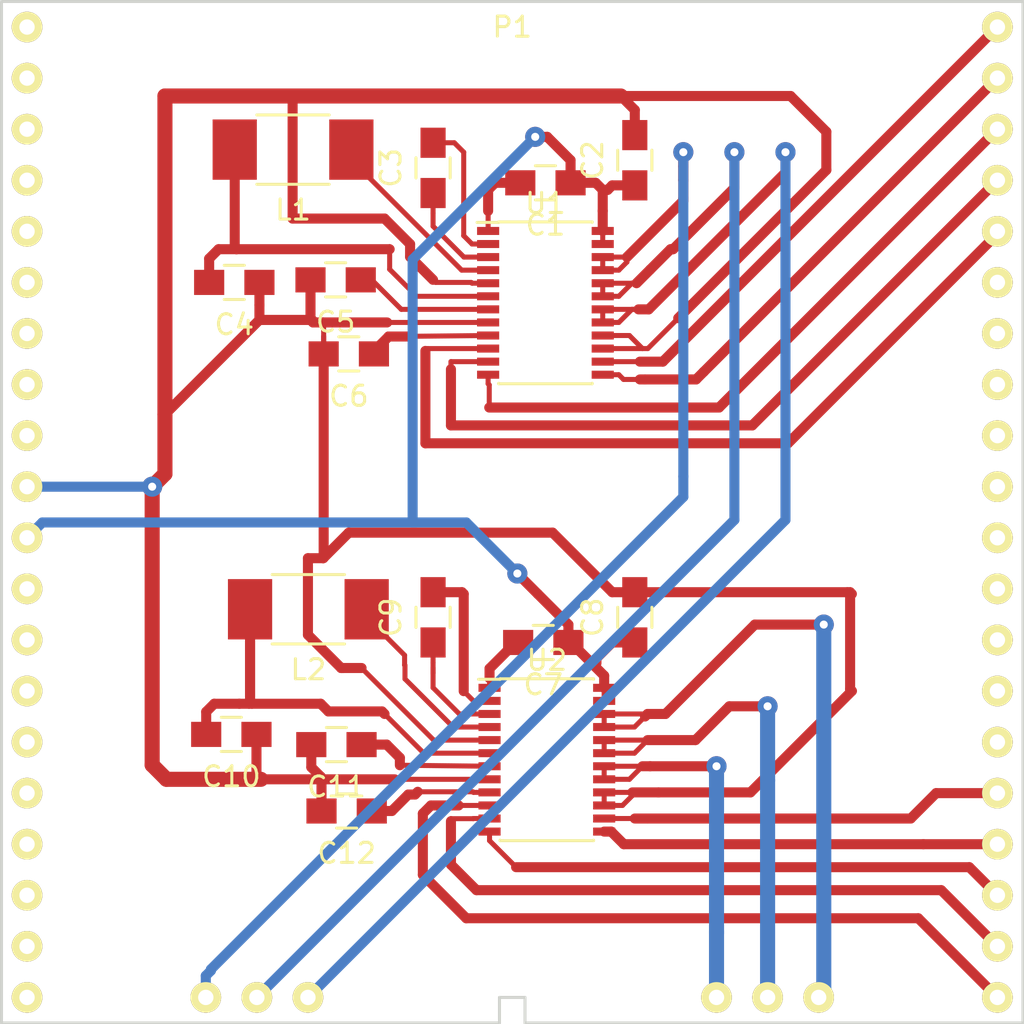
<source format=kicad_pcb>
(kicad_pcb (version 4) (host pcbnew 4.0.2-stable)

  (general
    (links 62)
    (no_connects 0)
    (area 120.809999 81.058999 172.560001 132.809001)
    (thickness 1.6)
    (drawings 0)
    (tracks 345)
    (zones 0)
    (modules 17)
    (nets 33)
  )

  (page A4)
  (layers
    (0 F.Cu signal)
    (31 B.Cu signal)
    (32 B.Adhes user)
    (33 F.Adhes user)
    (34 B.Paste user)
    (35 F.Paste user)
    (36 B.SilkS user)
    (37 F.SilkS user)
    (38 B.Mask user)
    (39 F.Mask user)
    (40 Dwgs.User user)
    (41 Cmts.User user)
    (42 Eco1.User user)
    (43 Eco2.User user)
    (44 Edge.Cuts user)
    (45 Margin user)
    (46 B.CrtYd user)
    (47 F.CrtYd user)
    (48 B.Fab user)
    (49 F.Fab user)
  )

  (setup
    (last_trace_width 0.75)
    (user_trace_width 0.5)
    (user_trace_width 0.75)
    (user_trace_width 1)
    (trace_clearance 0.4)
    (zone_clearance 0.508)
    (zone_45_only no)
    (trace_min 0.2)
    (segment_width 0.2)
    (edge_width 0.15)
    (via_size 0.6)
    (via_drill 0.4)
    (via_min_size 0.4)
    (via_min_drill 0.3)
    (user_via 1 0.4)
    (uvia_size 0.3)
    (uvia_drill 0.1)
    (uvias_allowed no)
    (uvia_min_size 0.2)
    (uvia_min_drill 0.1)
    (pcb_text_width 0.3)
    (pcb_text_size 1.5 1.5)
    (mod_edge_width 0.15)
    (mod_text_size 1 1)
    (mod_text_width 0.15)
    (pad_size 1.524 1.524)
    (pad_drill 0.762)
    (pad_to_mask_clearance 0.2)
    (aux_axis_origin 0 0)
    (grid_origin 147.193 107.442)
    (visible_elements FFFFFF7F)
    (pcbplotparams
      (layerselection 0x00030_80000001)
      (usegerberextensions false)
      (excludeedgelayer true)
      (linewidth 0.100000)
      (plotframeref false)
      (viasonmask false)
      (mode 1)
      (useauxorigin false)
      (hpglpennumber 1)
      (hpglpenspeed 20)
      (hpglpendiameter 15)
      (hpglpenoverlay 2)
      (psnegative false)
      (psa4output false)
      (plotreference true)
      (plotvalue true)
      (plotinvisibletext false)
      (padsonsilk false)
      (subtractmaskfromsilk false)
      (outputformat 1)
      (mirror false)
      (drillshape 1)
      (scaleselection 1)
      (outputdirectory ""))
  )

  (net 0 "")
  (net 1 GND)
  (net 2 "Net-(C1-Pad2)")
  (net 3 "Net-(C3-Pad1)")
  (net 4 "Net-(C3-Pad2)")
  (net 5 "Net-(C5-Pad1)")
  (net 6 "Net-(L1-Pad1)")
  (net 7 "Net-(P1-Pad36)")
  (net 8 "Net-(P1-Pad37)")
  (net 9 "Net-(C1-Pad1)")
  (net 10 "Net-(C4-Pad2)")
  (net 11 "Net-(C6-Pad1)")
  (net 12 "Net-(C7-Pad2)")
  (net 13 "Net-(C9-Pad1)")
  (net 14 "Net-(C9-Pad2)")
  (net 15 "Net-(C10-Pad2)")
  (net 16 "Net-(C11-Pad1)")
  (net 17 "Net-(C12-Pad1)")
  (net 18 "Net-(L2-Pad1)")
  (net 19 "Net-(P1-Pad21)")
  (net 20 "Net-(P1-Pad22)")
  (net 21 "Net-(P1-Pad23)")
  (net 22 "Net-(P1-Pad24)")
  (net 23 "Net-(P1-Pad25)")
  (net 24 "Net-(U1-Pad17)")
  (net 25 "Net-(U1-Pad19)")
  (net 26 "Net-(U1-Pad21)")
  (net 27 "Net-(U2-Pad17)")
  (net 28 "Net-(U2-Pad19)")
  (net 29 "Net-(U2-Pad21)")
  (net 30 "Net-(P1-Pad38)")
  (net 31 "Net-(P1-Pad39)")
  (net 32 "Net-(P1-Pad40)")

  (net_class Default "This is the default net class."
    (clearance 0.4)
    (trace_width 0.25)
    (via_dia 0.6)
    (via_drill 0.4)
    (uvia_dia 0.3)
    (uvia_drill 0.1)
    (add_net GND)
    (add_net "Net-(C1-Pad1)")
    (add_net "Net-(C1-Pad2)")
    (add_net "Net-(C10-Pad2)")
    (add_net "Net-(C11-Pad1)")
    (add_net "Net-(C12-Pad1)")
    (add_net "Net-(C3-Pad1)")
    (add_net "Net-(C3-Pad2)")
    (add_net "Net-(C4-Pad2)")
    (add_net "Net-(C5-Pad1)")
    (add_net "Net-(C6-Pad1)")
    (add_net "Net-(C7-Pad2)")
    (add_net "Net-(C9-Pad1)")
    (add_net "Net-(C9-Pad2)")
    (add_net "Net-(L1-Pad1)")
    (add_net "Net-(L2-Pad1)")
    (add_net "Net-(P1-Pad21)")
    (add_net "Net-(P1-Pad22)")
    (add_net "Net-(P1-Pad23)")
    (add_net "Net-(P1-Pad24)")
    (add_net "Net-(P1-Pad25)")
    (add_net "Net-(P1-Pad36)")
    (add_net "Net-(P1-Pad37)")
    (add_net "Net-(P1-Pad38)")
    (add_net "Net-(P1-Pad39)")
    (add_net "Net-(P1-Pad40)")
    (add_net "Net-(U1-Pad17)")
    (add_net "Net-(U1-Pad19)")
    (add_net "Net-(U1-Pad21)")
    (add_net "Net-(U2-Pad17)")
    (add_net "Net-(U2-Pad19)")
    (add_net "Net-(U2-Pad21)")
  )

  (module Capacitors_SMD:C_0805_HandSoldering (layer F.Cu) (tedit 541A9B8D) (tstamp 578CCF1C)
    (at 148.336 90.551 180)
    (descr "Capacitor SMD 0805, hand soldering")
    (tags "capacitor 0805")
    (path /578CBFF7)
    (attr smd)
    (fp_text reference C1 (at 0 -2.1 180) (layer F.SilkS)
      (effects (font (size 1 1) (thickness 0.15)))
    )
    (fp_text value "0.1 uF" (at 0 2.1 180) (layer F.Fab)
      (effects (font (size 1 1) (thickness 0.15)))
    )
    (fp_line (start -2.3 -1) (end 2.3 -1) (layer F.CrtYd) (width 0.05))
    (fp_line (start -2.3 1) (end 2.3 1) (layer F.CrtYd) (width 0.05))
    (fp_line (start -2.3 -1) (end -2.3 1) (layer F.CrtYd) (width 0.05))
    (fp_line (start 2.3 -1) (end 2.3 1) (layer F.CrtYd) (width 0.05))
    (fp_line (start 0.5 -0.85) (end -0.5 -0.85) (layer F.SilkS) (width 0.15))
    (fp_line (start -0.5 0.85) (end 0.5 0.85) (layer F.SilkS) (width 0.15))
    (pad 1 smd rect (at -1.25 0 180) (size 1.5 1.25) (layers F.Cu F.Paste F.Mask)
      (net 9 "Net-(C1-Pad1)"))
    (pad 2 smd rect (at 1.25 0 180) (size 1.5 1.25) (layers F.Cu F.Paste F.Mask)
      (net 2 "Net-(C1-Pad2)"))
    (model Capacitors_SMD.3dshapes/C_0805_HandSoldering.wrl
      (at (xyz 0 0 0))
      (scale (xyz 1 1 1))
      (rotate (xyz 0 0 0))
    )
  )

  (module Capacitors_SMD:C_0805_HandSoldering (layer F.Cu) (tedit 541A9B8D) (tstamp 578CCF22)
    (at 152.781 89.428 90)
    (descr "Capacitor SMD 0805, hand soldering")
    (tags "capacitor 0805")
    (path /578CC654)
    (attr smd)
    (fp_text reference C2 (at 0 -2.1 90) (layer F.SilkS)
      (effects (font (size 1 1) (thickness 0.15)))
    )
    (fp_text value "10 uF" (at 0 2.1 90) (layer F.Fab)
      (effects (font (size 1 1) (thickness 0.15)))
    )
    (fp_line (start -2.3 -1) (end 2.3 -1) (layer F.CrtYd) (width 0.05))
    (fp_line (start -2.3 1) (end 2.3 1) (layer F.CrtYd) (width 0.05))
    (fp_line (start -2.3 -1) (end -2.3 1) (layer F.CrtYd) (width 0.05))
    (fp_line (start 2.3 -1) (end 2.3 1) (layer F.CrtYd) (width 0.05))
    (fp_line (start 0.5 -0.85) (end -0.5 -0.85) (layer F.SilkS) (width 0.15))
    (fp_line (start -0.5 0.85) (end 0.5 0.85) (layer F.SilkS) (width 0.15))
    (pad 1 smd rect (at -1.25 0 90) (size 1.5 1.25) (layers F.Cu F.Paste F.Mask)
      (net 9 "Net-(C1-Pad1)"))
    (pad 2 smd rect (at 1.25 0 90) (size 1.5 1.25) (layers F.Cu F.Paste F.Mask)
      (net 1 GND))
    (model Capacitors_SMD.3dshapes/C_0805_HandSoldering.wrl
      (at (xyz 0 0 0))
      (scale (xyz 1 1 1))
      (rotate (xyz 0 0 0))
    )
  )

  (module Capacitors_SMD:C_0805_HandSoldering (layer F.Cu) (tedit 541A9B8D) (tstamp 578CCF28)
    (at 142.748 89.809 90)
    (descr "Capacitor SMD 0805, hand soldering")
    (tags "capacitor 0805")
    (path /578CC03A)
    (attr smd)
    (fp_text reference C3 (at 0 -2.1 90) (layer F.SilkS)
      (effects (font (size 1 1) (thickness 0.15)))
    )
    (fp_text value "0.1 uF" (at 0 2.1 90) (layer F.Fab)
      (effects (font (size 1 1) (thickness 0.15)))
    )
    (fp_line (start -2.3 -1) (end 2.3 -1) (layer F.CrtYd) (width 0.05))
    (fp_line (start -2.3 1) (end 2.3 1) (layer F.CrtYd) (width 0.05))
    (fp_line (start -2.3 -1) (end -2.3 1) (layer F.CrtYd) (width 0.05))
    (fp_line (start 2.3 -1) (end 2.3 1) (layer F.CrtYd) (width 0.05))
    (fp_line (start 0.5 -0.85) (end -0.5 -0.85) (layer F.SilkS) (width 0.15))
    (fp_line (start -0.5 0.85) (end 0.5 0.85) (layer F.SilkS) (width 0.15))
    (pad 1 smd rect (at -1.25 0 90) (size 1.5 1.25) (layers F.Cu F.Paste F.Mask)
      (net 3 "Net-(C3-Pad1)"))
    (pad 2 smd rect (at 1.25 0 90) (size 1.5 1.25) (layers F.Cu F.Paste F.Mask)
      (net 4 "Net-(C3-Pad2)"))
    (model Capacitors_SMD.3dshapes/C_0805_HandSoldering.wrl
      (at (xyz 0 0 0))
      (scale (xyz 1 1 1))
      (rotate (xyz 0 0 0))
    )
  )

  (module Capacitors_SMD:C_0805_HandSoldering (layer F.Cu) (tedit 541A9B8D) (tstamp 578CCF2E)
    (at 132.862 95.504 180)
    (descr "Capacitor SMD 0805, hand soldering")
    (tags "capacitor 0805")
    (path /578CC1BF)
    (attr smd)
    (fp_text reference C4 (at 0 -2.1 180) (layer F.SilkS)
      (effects (font (size 1 1) (thickness 0.15)))
    )
    (fp_text value "10 uF" (at 0 2.1 180) (layer F.Fab)
      (effects (font (size 1 1) (thickness 0.15)))
    )
    (fp_line (start -2.3 -1) (end 2.3 -1) (layer F.CrtYd) (width 0.05))
    (fp_line (start -2.3 1) (end 2.3 1) (layer F.CrtYd) (width 0.05))
    (fp_line (start -2.3 -1) (end -2.3 1) (layer F.CrtYd) (width 0.05))
    (fp_line (start 2.3 -1) (end 2.3 1) (layer F.CrtYd) (width 0.05))
    (fp_line (start 0.5 -0.85) (end -0.5 -0.85) (layer F.SilkS) (width 0.15))
    (fp_line (start -0.5 0.85) (end 0.5 0.85) (layer F.SilkS) (width 0.15))
    (pad 1 smd rect (at -1.25 0 180) (size 1.5 1.25) (layers F.Cu F.Paste F.Mask)
      (net 1 GND))
    (pad 2 smd rect (at 1.25 0 180) (size 1.5 1.25) (layers F.Cu F.Paste F.Mask)
      (net 10 "Net-(C4-Pad2)"))
    (model Capacitors_SMD.3dshapes/C_0805_HandSoldering.wrl
      (at (xyz 0 0 0))
      (scale (xyz 1 1 1))
      (rotate (xyz 0 0 0))
    )
  )

  (module Capacitors_SMD:C_0805_HandSoldering (layer F.Cu) (tedit 541A9B8D) (tstamp 578CCF34)
    (at 137.902 95.377 180)
    (descr "Capacitor SMD 0805, hand soldering")
    (tags "capacitor 0805")
    (path /578CC28E)
    (attr smd)
    (fp_text reference C5 (at 0 -2.1 180) (layer F.SilkS)
      (effects (font (size 1 1) (thickness 0.15)))
    )
    (fp_text value "1 uF" (at 0 2.1 180) (layer F.Fab)
      (effects (font (size 1 1) (thickness 0.15)))
    )
    (fp_line (start -2.3 -1) (end 2.3 -1) (layer F.CrtYd) (width 0.05))
    (fp_line (start -2.3 1) (end 2.3 1) (layer F.CrtYd) (width 0.05))
    (fp_line (start -2.3 -1) (end -2.3 1) (layer F.CrtYd) (width 0.05))
    (fp_line (start 2.3 -1) (end 2.3 1) (layer F.CrtYd) (width 0.05))
    (fp_line (start 0.5 -0.85) (end -0.5 -0.85) (layer F.SilkS) (width 0.15))
    (fp_line (start -0.5 0.85) (end 0.5 0.85) (layer F.SilkS) (width 0.15))
    (pad 1 smd rect (at -1.25 0 180) (size 1.5 1.25) (layers F.Cu F.Paste F.Mask)
      (net 5 "Net-(C5-Pad1)"))
    (pad 2 smd rect (at 1.25 0 180) (size 1.5 1.25) (layers F.Cu F.Paste F.Mask)
      (net 1 GND))
    (model Capacitors_SMD.3dshapes/C_0805_HandSoldering.wrl
      (at (xyz 0 0 0))
      (scale (xyz 1 1 1))
      (rotate (xyz 0 0 0))
    )
  )

  (module Capacitors_SMD:C_0805_HandSoldering (layer F.Cu) (tedit 541A9B8D) (tstamp 578CCF3A)
    (at 138.557 99.06 180)
    (descr "Capacitor SMD 0805, hand soldering")
    (tags "capacitor 0805")
    (path /578CC363)
    (attr smd)
    (fp_text reference C6 (at 0 -2.1 180) (layer F.SilkS)
      (effects (font (size 1 1) (thickness 0.15)))
    )
    (fp_text value "1 uF" (at 0 2.1 180) (layer F.Fab)
      (effects (font (size 1 1) (thickness 0.15)))
    )
    (fp_line (start -2.3 -1) (end 2.3 -1) (layer F.CrtYd) (width 0.05))
    (fp_line (start -2.3 1) (end 2.3 1) (layer F.CrtYd) (width 0.05))
    (fp_line (start -2.3 -1) (end -2.3 1) (layer F.CrtYd) (width 0.05))
    (fp_line (start 2.3 -1) (end 2.3 1) (layer F.CrtYd) (width 0.05))
    (fp_line (start 0.5 -0.85) (end -0.5 -0.85) (layer F.SilkS) (width 0.15))
    (fp_line (start -0.5 0.85) (end 0.5 0.85) (layer F.SilkS) (width 0.15))
    (pad 1 smd rect (at -1.25 0 180) (size 1.5 1.25) (layers F.Cu F.Paste F.Mask)
      (net 11 "Net-(C6-Pad1)"))
    (pad 2 smd rect (at 1.25 0 180) (size 1.5 1.25) (layers F.Cu F.Paste F.Mask)
      (net 1 GND))
    (model Capacitors_SMD.3dshapes/C_0805_HandSoldering.wrl
      (at (xyz 0 0 0))
      (scale (xyz 1 1 1))
      (rotate (xyz 0 0 0))
    )
  )

  (module Housings_SSOP:TSSOP-24_4.4x7.8mm_Pitch0.65mm (layer F.Cu) (tedit 54130A77) (tstamp 578CCF8C)
    (at 148.336 96.52)
    (descr "TSSOP24: plastic thin shrink small outline package; 24 leads; body width 4.4 mm; (see NXP SSOP-TSSOP-VSO-REFLOW.pdf and sot355-1_po.pdf)")
    (tags "SSOP 0.65")
    (path /578CBFBB)
    (attr smd)
    (fp_text reference U1 (at 0 -4.95) (layer F.SilkS)
      (effects (font (size 1 1) (thickness 0.15)))
    )
    (fp_text value DRV10983 (at 0 4.95) (layer F.Fab)
      (effects (font (size 1 1) (thickness 0.15)))
    )
    (fp_line (start -3.65 -4.2) (end -3.65 4.2) (layer F.CrtYd) (width 0.05))
    (fp_line (start 3.65 -4.2) (end 3.65 4.2) (layer F.CrtYd) (width 0.05))
    (fp_line (start -3.65 -4.2) (end 3.65 -4.2) (layer F.CrtYd) (width 0.05))
    (fp_line (start -3.65 4.2) (end 3.65 4.2) (layer F.CrtYd) (width 0.05))
    (fp_line (start -2.325 -4.025) (end -2.325 -4) (layer F.SilkS) (width 0.15))
    (fp_line (start 2.325 -4.025) (end 2.325 -4) (layer F.SilkS) (width 0.15))
    (fp_line (start 2.325 4.025) (end 2.325 4) (layer F.SilkS) (width 0.15))
    (fp_line (start -2.325 4.025) (end -2.325 4) (layer F.SilkS) (width 0.15))
    (fp_line (start -2.325 -4.025) (end 2.325 -4.025) (layer F.SilkS) (width 0.15))
    (fp_line (start -2.325 4.025) (end 2.325 4.025) (layer F.SilkS) (width 0.15))
    (fp_line (start -2.325 -4) (end -3.4 -4) (layer F.SilkS) (width 0.15))
    (pad 1 smd rect (at -2.85 -3.575) (size 1.1 0.4) (layers F.Cu F.Paste F.Mask)
      (net 2 "Net-(C1-Pad2)"))
    (pad 2 smd rect (at -2.85 -2.925) (size 1.1 0.4) (layers F.Cu F.Paste F.Mask)
      (net 4 "Net-(C3-Pad2)"))
    (pad 3 smd rect (at -2.85 -2.275) (size 1.1 0.4) (layers F.Cu F.Paste F.Mask)
      (net 3 "Net-(C3-Pad1)"))
    (pad 4 smd rect (at -2.85 -1.625) (size 1.1 0.4) (layers F.Cu F.Paste F.Mask)
      (net 6 "Net-(L1-Pad1)"))
    (pad 5 smd rect (at -2.85 -0.975) (size 1.1 0.4) (layers F.Cu F.Paste F.Mask)
      (net 1 GND))
    (pad 6 smd rect (at -2.85 -0.325) (size 1.1 0.4) (layers F.Cu F.Paste F.Mask)
      (net 10 "Net-(C4-Pad2)"))
    (pad 7 smd rect (at -2.85 0.325) (size 1.1 0.4) (layers F.Cu F.Paste F.Mask)
      (net 5 "Net-(C5-Pad1)"))
    (pad 8 smd rect (at -2.85 0.975) (size 1.1 0.4) (layers F.Cu F.Paste F.Mask)
      (net 1 GND))
    (pad 9 smd rect (at -2.85 1.625) (size 1.1 0.4) (layers F.Cu F.Paste F.Mask)
      (net 11 "Net-(C6-Pad1)"))
    (pad 10 smd rect (at -2.85 2.275) (size 1.1 0.4) (layers F.Cu F.Paste F.Mask)
      (net 7 "Net-(P1-Pad36)"))
    (pad 11 smd rect (at -2.85 2.925) (size 1.1 0.4) (layers F.Cu F.Paste F.Mask)
      (net 8 "Net-(P1-Pad37)"))
    (pad 12 smd rect (at -2.85 3.575) (size 1.1 0.4) (layers F.Cu F.Paste F.Mask)
      (net 30 "Net-(P1-Pad38)"))
    (pad 13 smd rect (at 2.85 3.575) (size 1.1 0.4) (layers F.Cu F.Paste F.Mask)
      (net 31 "Net-(P1-Pad39)"))
    (pad 14 smd rect (at 2.85 2.925) (size 1.1 0.4) (layers F.Cu F.Paste F.Mask)
      (net 32 "Net-(P1-Pad40)"))
    (pad 15 smd rect (at 2.85 2.275) (size 1.1 0.4) (layers F.Cu F.Paste F.Mask)
      (net 1 GND))
    (pad 16 smd rect (at 2.85 1.625) (size 1.1 0.4) (layers F.Cu F.Paste F.Mask)
      (net 1 GND))
    (pad 17 smd rect (at 2.85 0.975) (size 1.1 0.4) (layers F.Cu F.Paste F.Mask)
      (net 24 "Net-(U1-Pad17)"))
    (pad 18 smd rect (at 2.85 0.325) (size 1.1 0.4) (layers F.Cu F.Paste F.Mask)
      (net 24 "Net-(U1-Pad17)"))
    (pad 19 smd rect (at 2.85 -0.325) (size 1.1 0.4) (layers F.Cu F.Paste F.Mask)
      (net 25 "Net-(U1-Pad19)"))
    (pad 20 smd rect (at 2.85 -0.975) (size 1.1 0.4) (layers F.Cu F.Paste F.Mask)
      (net 25 "Net-(U1-Pad19)"))
    (pad 21 smd rect (at 2.85 -1.625) (size 1.1 0.4) (layers F.Cu F.Paste F.Mask)
      (net 26 "Net-(U1-Pad21)"))
    (pad 22 smd rect (at 2.85 -2.275) (size 1.1 0.4) (layers F.Cu F.Paste F.Mask)
      (net 26 "Net-(U1-Pad21)"))
    (pad 23 smd rect (at 2.85 -2.925) (size 1.1 0.4) (layers F.Cu F.Paste F.Mask)
      (net 9 "Net-(C1-Pad1)"))
    (pad 24 smd rect (at 2.85 -3.575) (size 1.1 0.4) (layers F.Cu F.Paste F.Mask)
      (net 9 "Net-(C1-Pad1)"))
    (model Housings_SSOP.3dshapes/TSSOP-24_4.4x7.8mm_Pitch0.65mm.wrl
      (at (xyz 0 0 0))
      (scale (xyz 1 1 1))
      (rotate (xyz 0 0 0))
    )
  )

  (module Capacitors_SMD:C_0805_HandSoldering (layer F.Cu) (tedit 541A9B8D) (tstamp 578CF0D0)
    (at 148.229 113.411 180)
    (descr "Capacitor SMD 0805, hand soldering")
    (tags "capacitor 0805")
    (path /578CED62)
    (attr smd)
    (fp_text reference C7 (at 0 -2.1 180) (layer F.SilkS)
      (effects (font (size 1 1) (thickness 0.15)))
    )
    (fp_text value "0.1 uF" (at 0 2.1 180) (layer F.Fab)
      (effects (font (size 1 1) (thickness 0.15)))
    )
    (fp_line (start -2.3 -1) (end 2.3 -1) (layer F.CrtYd) (width 0.05))
    (fp_line (start -2.3 1) (end 2.3 1) (layer F.CrtYd) (width 0.05))
    (fp_line (start -2.3 -1) (end -2.3 1) (layer F.CrtYd) (width 0.05))
    (fp_line (start 2.3 -1) (end 2.3 1) (layer F.CrtYd) (width 0.05))
    (fp_line (start 0.5 -0.85) (end -0.5 -0.85) (layer F.SilkS) (width 0.15))
    (fp_line (start -0.5 0.85) (end 0.5 0.85) (layer F.SilkS) (width 0.15))
    (pad 1 smd rect (at -1.25 0 180) (size 1.5 1.25) (layers F.Cu F.Paste F.Mask)
      (net 9 "Net-(C1-Pad1)"))
    (pad 2 smd rect (at 1.25 0 180) (size 1.5 1.25) (layers F.Cu F.Paste F.Mask)
      (net 12 "Net-(C7-Pad2)"))
    (model Capacitors_SMD.3dshapes/C_0805_HandSoldering.wrl
      (at (xyz 0 0 0))
      (scale (xyz 1 1 1))
      (rotate (xyz 0 0 0))
    )
  )

  (module Capacitors_SMD:C_0805_HandSoldering (layer F.Cu) (tedit 541A9B8D) (tstamp 578CF0D6)
    (at 152.781 112.161 90)
    (descr "Capacitor SMD 0805, hand soldering")
    (tags "capacitor 0805")
    (path /578CEDC0)
    (attr smd)
    (fp_text reference C8 (at 0 -2.1 90) (layer F.SilkS)
      (effects (font (size 1 1) (thickness 0.15)))
    )
    (fp_text value "10 uF" (at 0 2.1 90) (layer F.Fab)
      (effects (font (size 1 1) (thickness 0.15)))
    )
    (fp_line (start -2.3 -1) (end 2.3 -1) (layer F.CrtYd) (width 0.05))
    (fp_line (start -2.3 1) (end 2.3 1) (layer F.CrtYd) (width 0.05))
    (fp_line (start -2.3 -1) (end -2.3 1) (layer F.CrtYd) (width 0.05))
    (fp_line (start 2.3 -1) (end 2.3 1) (layer F.CrtYd) (width 0.05))
    (fp_line (start 0.5 -0.85) (end -0.5 -0.85) (layer F.SilkS) (width 0.15))
    (fp_line (start -0.5 0.85) (end 0.5 0.85) (layer F.SilkS) (width 0.15))
    (pad 1 smd rect (at -1.25 0 90) (size 1.5 1.25) (layers F.Cu F.Paste F.Mask)
      (net 9 "Net-(C1-Pad1)"))
    (pad 2 smd rect (at 1.25 0 90) (size 1.5 1.25) (layers F.Cu F.Paste F.Mask)
      (net 1 GND))
    (model Capacitors_SMD.3dshapes/C_0805_HandSoldering.wrl
      (at (xyz 0 0 0))
      (scale (xyz 1 1 1))
      (rotate (xyz 0 0 0))
    )
  )

  (module Capacitors_SMD:C_0805_HandSoldering (layer F.Cu) (tedit 541A9B8D) (tstamp 578CF0DC)
    (at 142.748 112.161 90)
    (descr "Capacitor SMD 0805, hand soldering")
    (tags "capacitor 0805")
    (path /578CED68)
    (attr smd)
    (fp_text reference C9 (at 0 -2.1 90) (layer F.SilkS)
      (effects (font (size 1 1) (thickness 0.15)))
    )
    (fp_text value "0.1 uF" (at 0 2.1 90) (layer F.Fab)
      (effects (font (size 1 1) (thickness 0.15)))
    )
    (fp_line (start -2.3 -1) (end 2.3 -1) (layer F.CrtYd) (width 0.05))
    (fp_line (start -2.3 1) (end 2.3 1) (layer F.CrtYd) (width 0.05))
    (fp_line (start -2.3 -1) (end -2.3 1) (layer F.CrtYd) (width 0.05))
    (fp_line (start 2.3 -1) (end 2.3 1) (layer F.CrtYd) (width 0.05))
    (fp_line (start 0.5 -0.85) (end -0.5 -0.85) (layer F.SilkS) (width 0.15))
    (fp_line (start -0.5 0.85) (end 0.5 0.85) (layer F.SilkS) (width 0.15))
    (pad 1 smd rect (at -1.25 0 90) (size 1.5 1.25) (layers F.Cu F.Paste F.Mask)
      (net 13 "Net-(C9-Pad1)"))
    (pad 2 smd rect (at 1.25 0 90) (size 1.5 1.25) (layers F.Cu F.Paste F.Mask)
      (net 14 "Net-(C9-Pad2)"))
    (model Capacitors_SMD.3dshapes/C_0805_HandSoldering.wrl
      (at (xyz 0 0 0))
      (scale (xyz 1 1 1))
      (rotate (xyz 0 0 0))
    )
  )

  (module Capacitors_SMD:C_0805_HandSoldering (layer F.Cu) (tedit 541A9B8D) (tstamp 578CF0E2)
    (at 132.715 117.983 180)
    (descr "Capacitor SMD 0805, hand soldering")
    (tags "capacitor 0805")
    (path /578CED81)
    (attr smd)
    (fp_text reference C10 (at 0 -2.1 180) (layer F.SilkS)
      (effects (font (size 1 1) (thickness 0.15)))
    )
    (fp_text value "10 uF" (at 0 2.1 180) (layer F.Fab)
      (effects (font (size 1 1) (thickness 0.15)))
    )
    (fp_line (start -2.3 -1) (end 2.3 -1) (layer F.CrtYd) (width 0.05))
    (fp_line (start -2.3 1) (end 2.3 1) (layer F.CrtYd) (width 0.05))
    (fp_line (start -2.3 -1) (end -2.3 1) (layer F.CrtYd) (width 0.05))
    (fp_line (start 2.3 -1) (end 2.3 1) (layer F.CrtYd) (width 0.05))
    (fp_line (start 0.5 -0.85) (end -0.5 -0.85) (layer F.SilkS) (width 0.15))
    (fp_line (start -0.5 0.85) (end 0.5 0.85) (layer F.SilkS) (width 0.15))
    (pad 1 smd rect (at -1.25 0 180) (size 1.5 1.25) (layers F.Cu F.Paste F.Mask)
      (net 1 GND))
    (pad 2 smd rect (at 1.25 0 180) (size 1.5 1.25) (layers F.Cu F.Paste F.Mask)
      (net 15 "Net-(C10-Pad2)"))
    (model Capacitors_SMD.3dshapes/C_0805_HandSoldering.wrl
      (at (xyz 0 0 0))
      (scale (xyz 1 1 1))
      (rotate (xyz 0 0 0))
    )
  )

  (module Capacitors_SMD:C_0805_HandSoldering (layer F.Cu) (tedit 541A9B8D) (tstamp 578CF0E8)
    (at 137.942 118.491 180)
    (descr "Capacitor SMD 0805, hand soldering")
    (tags "capacitor 0805")
    (path /578CED95)
    (attr smd)
    (fp_text reference C11 (at 0 -2.1 180) (layer F.SilkS)
      (effects (font (size 1 1) (thickness 0.15)))
    )
    (fp_text value "1 uF" (at 0 2.1 180) (layer F.Fab)
      (effects (font (size 1 1) (thickness 0.15)))
    )
    (fp_line (start -2.3 -1) (end 2.3 -1) (layer F.CrtYd) (width 0.05))
    (fp_line (start -2.3 1) (end 2.3 1) (layer F.CrtYd) (width 0.05))
    (fp_line (start -2.3 -1) (end -2.3 1) (layer F.CrtYd) (width 0.05))
    (fp_line (start 2.3 -1) (end 2.3 1) (layer F.CrtYd) (width 0.05))
    (fp_line (start 0.5 -0.85) (end -0.5 -0.85) (layer F.SilkS) (width 0.15))
    (fp_line (start -0.5 0.85) (end 0.5 0.85) (layer F.SilkS) (width 0.15))
    (pad 1 smd rect (at -1.25 0 180) (size 1.5 1.25) (layers F.Cu F.Paste F.Mask)
      (net 16 "Net-(C11-Pad1)"))
    (pad 2 smd rect (at 1.25 0 180) (size 1.5 1.25) (layers F.Cu F.Paste F.Mask)
      (net 1 GND))
    (model Capacitors_SMD.3dshapes/C_0805_HandSoldering.wrl
      (at (xyz 0 0 0))
      (scale (xyz 1 1 1))
      (rotate (xyz 0 0 0))
    )
  )

  (module Capacitors_SMD:C_0805_HandSoldering (layer F.Cu) (tedit 541A9B8D) (tstamp 578CF0EE)
    (at 138.45 121.793 180)
    (descr "Capacitor SMD 0805, hand soldering")
    (tags "capacitor 0805")
    (path /578CEDA6)
    (attr smd)
    (fp_text reference C12 (at 0 -2.1 180) (layer F.SilkS)
      (effects (font (size 1 1) (thickness 0.15)))
    )
    (fp_text value "1 uF" (at 0 2.1 180) (layer F.Fab)
      (effects (font (size 1 1) (thickness 0.15)))
    )
    (fp_line (start -2.3 -1) (end 2.3 -1) (layer F.CrtYd) (width 0.05))
    (fp_line (start -2.3 1) (end 2.3 1) (layer F.CrtYd) (width 0.05))
    (fp_line (start -2.3 -1) (end -2.3 1) (layer F.CrtYd) (width 0.05))
    (fp_line (start 2.3 -1) (end 2.3 1) (layer F.CrtYd) (width 0.05))
    (fp_line (start 0.5 -0.85) (end -0.5 -0.85) (layer F.SilkS) (width 0.15))
    (fp_line (start -0.5 0.85) (end 0.5 0.85) (layer F.SilkS) (width 0.15))
    (pad 1 smd rect (at -1.25 0 180) (size 1.5 1.25) (layers F.Cu F.Paste F.Mask)
      (net 17 "Net-(C12-Pad1)"))
    (pad 2 smd rect (at 1.25 0 180) (size 1.5 1.25) (layers F.Cu F.Paste F.Mask)
      (net 1 GND))
    (model Capacitors_SMD.3dshapes/C_0805_HandSoldering.wrl
      (at (xyz 0 0 0))
      (scale (xyz 1 1 1))
      (rotate (xyz 0 0 0))
    )
  )

  (module Housings_SSOP:TSSOP-24_4.4x7.8mm_Pitch0.65mm (layer F.Cu) (tedit 54130A77) (tstamp 578CF110)
    (at 148.407 119.242)
    (descr "TSSOP24: plastic thin shrink small outline package; 24 leads; body width 4.4 mm; (see NXP SSOP-TSSOP-VSO-REFLOW.pdf and sot355-1_po.pdf)")
    (tags "SSOP 0.65")
    (path /578CED5C)
    (attr smd)
    (fp_text reference U2 (at 0 -4.95) (layer F.SilkS)
      (effects (font (size 1 1) (thickness 0.15)))
    )
    (fp_text value DRV10983 (at 0 4.95) (layer F.Fab)
      (effects (font (size 1 1) (thickness 0.15)))
    )
    (fp_line (start -3.65 -4.2) (end -3.65 4.2) (layer F.CrtYd) (width 0.05))
    (fp_line (start 3.65 -4.2) (end 3.65 4.2) (layer F.CrtYd) (width 0.05))
    (fp_line (start -3.65 -4.2) (end 3.65 -4.2) (layer F.CrtYd) (width 0.05))
    (fp_line (start -3.65 4.2) (end 3.65 4.2) (layer F.CrtYd) (width 0.05))
    (fp_line (start -2.325 -4.025) (end -2.325 -4) (layer F.SilkS) (width 0.15))
    (fp_line (start 2.325 -4.025) (end 2.325 -4) (layer F.SilkS) (width 0.15))
    (fp_line (start 2.325 4.025) (end 2.325 4) (layer F.SilkS) (width 0.15))
    (fp_line (start -2.325 4.025) (end -2.325 4) (layer F.SilkS) (width 0.15))
    (fp_line (start -2.325 -4.025) (end 2.325 -4.025) (layer F.SilkS) (width 0.15))
    (fp_line (start -2.325 4.025) (end 2.325 4.025) (layer F.SilkS) (width 0.15))
    (fp_line (start -2.325 -4) (end -3.4 -4) (layer F.SilkS) (width 0.15))
    (pad 1 smd rect (at -2.85 -3.575) (size 1.1 0.4) (layers F.Cu F.Paste F.Mask)
      (net 12 "Net-(C7-Pad2)"))
    (pad 2 smd rect (at -2.85 -2.925) (size 1.1 0.4) (layers F.Cu F.Paste F.Mask)
      (net 14 "Net-(C9-Pad2)"))
    (pad 3 smd rect (at -2.85 -2.275) (size 1.1 0.4) (layers F.Cu F.Paste F.Mask)
      (net 13 "Net-(C9-Pad1)"))
    (pad 4 smd rect (at -2.85 -1.625) (size 1.1 0.4) (layers F.Cu F.Paste F.Mask)
      (net 18 "Net-(L2-Pad1)"))
    (pad 5 smd rect (at -2.85 -0.975) (size 1.1 0.4) (layers F.Cu F.Paste F.Mask)
      (net 1 GND))
    (pad 6 smd rect (at -2.85 -0.325) (size 1.1 0.4) (layers F.Cu F.Paste F.Mask)
      (net 15 "Net-(C10-Pad2)"))
    (pad 7 smd rect (at -2.85 0.325) (size 1.1 0.4) (layers F.Cu F.Paste F.Mask)
      (net 16 "Net-(C11-Pad1)"))
    (pad 8 smd rect (at -2.85 0.975) (size 1.1 0.4) (layers F.Cu F.Paste F.Mask)
      (net 1 GND))
    (pad 9 smd rect (at -2.85 1.625) (size 1.1 0.4) (layers F.Cu F.Paste F.Mask)
      (net 17 "Net-(C12-Pad1)"))
    (pad 10 smd rect (at -2.85 2.275) (size 1.1 0.4) (layers F.Cu F.Paste F.Mask)
      (net 19 "Net-(P1-Pad21)"))
    (pad 11 smd rect (at -2.85 2.925) (size 1.1 0.4) (layers F.Cu F.Paste F.Mask)
      (net 20 "Net-(P1-Pad22)"))
    (pad 12 smd rect (at -2.85 3.575) (size 1.1 0.4) (layers F.Cu F.Paste F.Mask)
      (net 21 "Net-(P1-Pad23)"))
    (pad 13 smd rect (at 2.85 3.575) (size 1.1 0.4) (layers F.Cu F.Paste F.Mask)
      (net 22 "Net-(P1-Pad24)"))
    (pad 14 smd rect (at 2.85 2.925) (size 1.1 0.4) (layers F.Cu F.Paste F.Mask)
      (net 23 "Net-(P1-Pad25)"))
    (pad 15 smd rect (at 2.85 2.275) (size 1.1 0.4) (layers F.Cu F.Paste F.Mask)
      (net 1 GND))
    (pad 16 smd rect (at 2.85 1.625) (size 1.1 0.4) (layers F.Cu F.Paste F.Mask)
      (net 1 GND))
    (pad 17 smd rect (at 2.85 0.975) (size 1.1 0.4) (layers F.Cu F.Paste F.Mask)
      (net 27 "Net-(U2-Pad17)"))
    (pad 18 smd rect (at 2.85 0.325) (size 1.1 0.4) (layers F.Cu F.Paste F.Mask)
      (net 27 "Net-(U2-Pad17)"))
    (pad 19 smd rect (at 2.85 -0.325) (size 1.1 0.4) (layers F.Cu F.Paste F.Mask)
      (net 28 "Net-(U2-Pad19)"))
    (pad 20 smd rect (at 2.85 -0.975) (size 1.1 0.4) (layers F.Cu F.Paste F.Mask)
      (net 28 "Net-(U2-Pad19)"))
    (pad 21 smd rect (at 2.85 -1.625) (size 1.1 0.4) (layers F.Cu F.Paste F.Mask)
      (net 29 "Net-(U2-Pad21)"))
    (pad 22 smd rect (at 2.85 -2.275) (size 1.1 0.4) (layers F.Cu F.Paste F.Mask)
      (net 29 "Net-(U2-Pad21)"))
    (pad 23 smd rect (at 2.85 -2.925) (size 1.1 0.4) (layers F.Cu F.Paste F.Mask)
      (net 9 "Net-(C1-Pad1)"))
    (pad 24 smd rect (at 2.85 -3.575) (size 1.1 0.4) (layers F.Cu F.Paste F.Mask)
      (net 9 "Net-(C1-Pad1)"))
    (model Housings_SSOP.3dshapes/TSSOP-24_4.4x7.8mm_Pitch0.65mm.wrl
      (at (xyz 0 0 0))
      (scale (xyz 1 1 1))
      (rotate (xyz 0 0 0))
    )
  )

  (module scube:scube40_no_holes_esc (layer F.Cu) (tedit 578E398F) (tstamp 57948839)
    (at 146.685 106.934)
    (path /578CC8D9)
    (fp_text reference P1 (at 0 -24.13) (layer F.SilkS)
      (effects (font (size 1 1) (thickness 0.15)))
    )
    (fp_text value SCUBE40 (at 0 -22.86) (layer F.Fab)
      (effects (font (size 1 1) (thickness 0.15)))
    )
    (fp_line (start -25.4 25.4) (end -25.4 -25.4) (layer Edge.Cuts) (width 0.15))
    (fp_line (start 25.4 25.4) (end 0.635 25.4) (layer Edge.Cuts) (width 0.15))
    (fp_line (start 25.4 -25.4) (end 25.4 25.4) (layer Edge.Cuts) (width 0.15))
    (fp_line (start -25.4 -25.4) (end 25.4 -25.4) (layer Edge.Cuts) (width 0.15))
    (fp_line (start -0.635 25.4) (end -25.4 25.4) (layer Edge.Cuts) (width 0.15))
    (fp_line (start -0.635 24.13) (end -0.635 25.4) (layer Edge.Cuts) (width 0.15))
    (fp_line (start 0.635 24.13) (end -0.635 24.13) (layer Edge.Cuts) (width 0.15))
    (fp_line (start 0.635 25.4) (end 0.635 24.13) (layer Edge.Cuts) (width 0.15))
    (pad 1 thru_hole circle (at -24.13 -24.13) (size 1.524 1.524) (drill 0.762) (layers *.Cu *.Mask F.SilkS))
    (pad 2 thru_hole circle (at -24.13 -21.59) (size 1.524 1.524) (drill 0.762) (layers *.Cu *.Mask F.SilkS))
    (pad 3 thru_hole circle (at -24.13 -19.05) (size 1.524 1.524) (drill 0.762) (layers *.Cu *.Mask F.SilkS))
    (pad 4 thru_hole circle (at -24.13 -16.51) (size 1.524 1.524) (drill 0.762) (layers *.Cu *.Mask F.SilkS))
    (pad 5 thru_hole circle (at -24.13 -13.97) (size 1.524 1.524) (drill 0.762) (layers *.Cu *.Mask F.SilkS))
    (pad 6 thru_hole circle (at -24.13 -11.43) (size 1.524 1.524) (drill 0.762) (layers *.Cu *.Mask F.SilkS))
    (pad 7 thru_hole circle (at -24.13 -8.89) (size 1.524 1.524) (drill 0.762) (layers *.Cu *.Mask F.SilkS))
    (pad 8 thru_hole circle (at -24.13 -6.35) (size 1.524 1.524) (drill 0.762) (layers *.Cu *.Mask F.SilkS))
    (pad 9 thru_hole circle (at -24.13 -3.81) (size 1.524 1.524) (drill 0.762) (layers *.Cu *.Mask F.SilkS))
    (pad 10 thru_hole circle (at -24.13 -1.27) (size 1.524 1.524) (drill 0.762) (layers *.Cu *.Mask F.SilkS)
      (net 1 GND))
    (pad 11 thru_hole circle (at -24.13 1.27) (size 1.524 1.524) (drill 0.762) (layers *.Cu *.Mask F.SilkS)
      (net 9 "Net-(C1-Pad1)"))
    (pad 12 thru_hole circle (at -24.13 3.81) (size 1.524 1.524) (drill 0.762) (layers *.Cu *.Mask F.SilkS))
    (pad 13 thru_hole circle (at -24.13 6.35) (size 1.524 1.524) (drill 0.762) (layers *.Cu *.Mask F.SilkS))
    (pad 14 thru_hole circle (at -24.13 8.89) (size 1.524 1.524) (drill 0.762) (layers *.Cu *.Mask F.SilkS))
    (pad 15 thru_hole circle (at -24.13 11.43) (size 1.524 1.524) (drill 0.762) (layers *.Cu *.Mask F.SilkS))
    (pad 16 thru_hole circle (at -24.13 13.97) (size 1.524 1.524) (drill 0.762) (layers *.Cu *.Mask F.SilkS))
    (pad 17 thru_hole circle (at -24.13 16.51) (size 1.524 1.524) (drill 0.762) (layers *.Cu *.Mask F.SilkS))
    (pad 18 thru_hole circle (at -24.13 19.05) (size 1.524 1.524) (drill 0.762) (layers *.Cu *.Mask F.SilkS))
    (pad 19 thru_hole circle (at -24.13 21.59) (size 1.524 1.524) (drill 0.762) (layers *.Cu *.Mask F.SilkS))
    (pad 20 thru_hole circle (at -24.13 24.13) (size 1.524 1.524) (drill 0.762) (layers *.Cu *.Mask F.SilkS))
    (pad 21 thru_hole circle (at 24.13 24.13) (size 1.524 1.524) (drill 0.762) (layers *.Cu *.Mask F.SilkS)
      (net 19 "Net-(P1-Pad21)"))
    (pad 22 thru_hole circle (at 24.13 21.59) (size 1.524 1.524) (drill 0.762) (layers *.Cu *.Mask F.SilkS)
      (net 20 "Net-(P1-Pad22)"))
    (pad 23 thru_hole circle (at 24.13 19.05) (size 1.524 1.524) (drill 0.762) (layers *.Cu *.Mask F.SilkS)
      (net 21 "Net-(P1-Pad23)"))
    (pad 24 thru_hole circle (at 24.13 16.51) (size 1.524 1.524) (drill 0.762) (layers *.Cu *.Mask F.SilkS)
      (net 22 "Net-(P1-Pad24)"))
    (pad 25 thru_hole circle (at 24.13 13.97) (size 1.524 1.524) (drill 0.762) (layers *.Cu *.Mask F.SilkS)
      (net 23 "Net-(P1-Pad25)"))
    (pad 26 thru_hole circle (at 24.13 11.43) (size 1.524 1.524) (drill 0.762) (layers *.Cu *.Mask F.SilkS))
    (pad 27 thru_hole circle (at 24.13 8.89) (size 1.524 1.524) (drill 0.762) (layers *.Cu *.Mask F.SilkS))
    (pad 28 thru_hole circle (at 24.13 6.35) (size 1.524 1.524) (drill 0.762) (layers *.Cu *.Mask F.SilkS))
    (pad 29 thru_hole circle (at 24.13 3.81) (size 1.524 1.524) (drill 0.762) (layers *.Cu *.Mask F.SilkS))
    (pad 30 thru_hole circle (at 24.13 1.27) (size 1.524 1.524) (drill 0.762) (layers *.Cu *.Mask F.SilkS))
    (pad 31 thru_hole circle (at 24.13 -1.27) (size 1.524 1.524) (drill 0.762) (layers *.Cu *.Mask F.SilkS))
    (pad 32 thru_hole circle (at 24.13 -3.81) (size 1.524 1.524) (drill 0.762) (layers *.Cu *.Mask F.SilkS))
    (pad 33 thru_hole circle (at 24.13 -6.35) (size 1.524 1.524) (drill 0.762) (layers *.Cu *.Mask F.SilkS))
    (pad 34 thru_hole circle (at 24.13 -8.89) (size 1.524 1.524) (drill 0.762) (layers *.Cu *.Mask F.SilkS))
    (pad 35 thru_hole circle (at 24.13 -11.43) (size 1.524 1.524) (drill 0.762) (layers *.Cu *.Mask F.SilkS))
    (pad 36 thru_hole circle (at 24.13 -13.97) (size 1.524 1.524) (drill 0.762) (layers *.Cu *.Mask F.SilkS)
      (net 7 "Net-(P1-Pad36)"))
    (pad 37 thru_hole circle (at 24.13 -16.51) (size 1.524 1.524) (drill 0.762) (layers *.Cu *.Mask F.SilkS)
      (net 8 "Net-(P1-Pad37)"))
    (pad 38 thru_hole circle (at 24.13 -19.05) (size 1.524 1.524) (drill 0.762) (layers *.Cu *.Mask F.SilkS)
      (net 30 "Net-(P1-Pad38)"))
    (pad 39 thru_hole circle (at 24.13 -21.59) (size 1.524 1.524) (drill 0.762) (layers *.Cu *.Mask F.SilkS)
      (net 31 "Net-(P1-Pad39)"))
    (pad 40 thru_hole circle (at 24.13 -24.13) (size 1.524 1.524) (drill 0.762) (layers *.Cu *.Mask F.SilkS)
      (net 32 "Net-(P1-Pad40)"))
    (pad 42 thru_hole circle (at -12.7 24.13 90) (size 1.524 1.524) (drill 0.762) (layers *.Cu *.Mask F.SilkS)
      (net 25 "Net-(U1-Pad19)"))
    (pad 41 thru_hole circle (at -15.24 24.13 90) (size 1.524 1.524) (drill 0.762) (layers *.Cu *.Mask F.SilkS)
      (net 26 "Net-(U1-Pad21)"))
    (pad 43 thru_hole circle (at -10.16 24.13 90) (size 1.524 1.524) (drill 0.762) (layers *.Cu *.Mask F.SilkS)
      (net 24 "Net-(U1-Pad17)"))
    (pad 45 thru_hole circle (at 12.7 24.13 90) (size 1.524 1.524) (drill 0.762) (layers *.Cu *.Mask F.SilkS)
      (net 28 "Net-(U2-Pad19)"))
    (pad 44 thru_hole circle (at 10.16 24.13 90) (size 1.524 1.524) (drill 0.762) (layers *.Cu *.Mask F.SilkS)
      (net 27 "Net-(U2-Pad17)"))
    (pad 46 thru_hole circle (at 15.24 24.13 90) (size 1.524 1.524) (drill 0.762) (layers *.Cu *.Mask F.SilkS)
      (net 29 "Net-(U2-Pad21)"))
  )

  (module Capacitors_SMD:C_1812_HandSoldering (layer F.Cu) (tedit 541A9C88) (tstamp 578E2504)
    (at 135.784 88.9 180)
    (descr "Capacitor SMD 1812, hand soldering")
    (tags "capacitor 1812")
    (path /578CC11C)
    (attr smd)
    (fp_text reference L1 (at 0 -3 180) (layer F.SilkS)
      (effects (font (size 1 1) (thickness 0.15)))
    )
    (fp_text value "47 uH" (at 0 3 180) (layer F.Fab)
      (effects (font (size 1 1) (thickness 0.15)))
    )
    (fp_line (start -4.3 -1.85) (end 4.3 -1.85) (layer F.CrtYd) (width 0.05))
    (fp_line (start -4.3 1.85) (end 4.3 1.85) (layer F.CrtYd) (width 0.05))
    (fp_line (start -4.3 -1.85) (end -4.3 1.85) (layer F.CrtYd) (width 0.05))
    (fp_line (start 4.3 -1.85) (end 4.3 1.85) (layer F.CrtYd) (width 0.05))
    (fp_line (start 1.8 -1.725) (end -1.8 -1.725) (layer F.SilkS) (width 0.15))
    (fp_line (start -1.8 1.725) (end 1.8 1.725) (layer F.SilkS) (width 0.15))
    (pad 1 smd rect (at -2.9 0 180) (size 2.2 3) (layers F.Cu F.Paste F.Mask)
      (net 6 "Net-(L1-Pad1)"))
    (pad 2 smd rect (at 2.9 0 180) (size 2.2 3) (layers F.Cu F.Paste F.Mask)
      (net 10 "Net-(C4-Pad2)"))
    (model Capacitors_SMD.3dshapes/C_1812_HandSoldering.wrl
      (at (xyz 0 0 0))
      (scale (xyz 1 1 1))
      (rotate (xyz 0 0 0))
    )
  )

  (module Capacitors_SMD:C_1812_HandSoldering (layer F.Cu) (tedit 541A9C88) (tstamp 578E2509)
    (at 136.546 111.76 180)
    (descr "Capacitor SMD 1812, hand soldering")
    (tags "capacitor 1812")
    (path /578CED79)
    (attr smd)
    (fp_text reference L2 (at 0 -3 180) (layer F.SilkS)
      (effects (font (size 1 1) (thickness 0.15)))
    )
    (fp_text value "47 uH" (at 0 3 180) (layer F.Fab)
      (effects (font (size 1 1) (thickness 0.15)))
    )
    (fp_line (start -4.3 -1.85) (end 4.3 -1.85) (layer F.CrtYd) (width 0.05))
    (fp_line (start -4.3 1.85) (end 4.3 1.85) (layer F.CrtYd) (width 0.05))
    (fp_line (start -4.3 -1.85) (end -4.3 1.85) (layer F.CrtYd) (width 0.05))
    (fp_line (start 4.3 -1.85) (end 4.3 1.85) (layer F.CrtYd) (width 0.05))
    (fp_line (start 1.8 -1.725) (end -1.8 -1.725) (layer F.SilkS) (width 0.15))
    (fp_line (start -1.8 1.725) (end 1.8 1.725) (layer F.SilkS) (width 0.15))
    (pad 1 smd rect (at -2.9 0 180) (size 2.2 3) (layers F.Cu F.Paste F.Mask)
      (net 18 "Net-(L2-Pad1)"))
    (pad 2 smd rect (at 2.9 0 180) (size 2.2 3) (layers F.Cu F.Paste F.Mask)
      (net 15 "Net-(C10-Pad2)"))
    (model Capacitors_SMD.3dshapes/C_1812_HandSoldering.wrl
      (at (xyz 0 0 0))
      (scale (xyz 1 1 1))
      (rotate (xyz 0 0 0))
    )
  )

  (segment (start 129.413 102.067) (end 129.413 105.029) (width 0.75) (layer F.Cu) (net 1))
  (segment (start 129.413 105.029) (end 128.778 105.664) (width 0.75) (layer F.Cu) (net 1))
  (segment (start 129.413 86.233) (end 129.413 102.067) (width 0.75) (layer F.Cu) (net 1))
  (segment (start 129.413 86.233) (end 152.086 86.233) (width 0.75) (layer F.Cu) (net 1))
  (segment (start 129.488 120.217) (end 134.187 120.217) (width 0.75) (layer F.Cu) (net 1))
  (segment (start 128.778 119.507) (end 129.488 120.217) (width 0.75) (layer F.Cu) (net 1))
  (segment (start 128.778 105.664) (end 128.778 119.507) (width 0.75) (layer F.Cu) (net 1))
  (segment (start 163.489 110.911) (end 163.489 115.737) (width 0.5) (layer F.Cu) (net 1))
  (segment (start 163.489 115.737) (end 163.576 115.824) (width 0.5) (layer F.Cu) (net 1))
  (segment (start 152.781 110.911) (end 151.656 110.911) (width 0.5) (layer F.Cu) (net 1))
  (segment (start 151.656 110.911) (end 148.695 107.95) (width 0.5) (layer F.Cu) (net 1))
  (segment (start 138.557 107.95) (end 137.287 109.22) (width 0.5) (layer F.Cu) (net 1))
  (segment (start 148.695 107.95) (end 138.557 107.95) (width 0.5) (layer F.Cu) (net 1))
  (via (at 128.778 105.664) (size 1) (drill 0.4) (layers F.Cu B.Cu) (net 1))
  (segment (start 122.555 105.664) (end 128.778 105.664) (width 0.5) (layer B.Cu) (net 1))
  (segment (start 152.781 110.911) (end 163.362 110.911) (width 0.5) (layer F.Cu) (net 1))
  (segment (start 163.362 110.911) (end 163.449 110.998) (width 0.5) (layer F.Cu) (net 1))
  (segment (start 163.576 115.824) (end 158.533 120.867) (width 0.5) (layer F.Cu) (net 1))
  (segment (start 158.533 120.867) (end 153.961 120.867) (width 0.5) (layer F.Cu) (net 1))
  (segment (start 153.961 120.867) (end 152.661 120.867) (width 0.5) (layer F.Cu) (net 1))
  (segment (start 151.257 121.517) (end 152.168 121.517) (width 0.25) (layer F.Cu) (net 1))
  (segment (start 152.168 121.517) (end 152.661 121.024) (width 0.25) (layer F.Cu) (net 1))
  (segment (start 152.661 121.024) (end 152.661 120.867) (width 0.25) (layer F.Cu) (net 1))
  (segment (start 151.257 120.867) (end 151.257 121.517) (width 0.25) (layer F.Cu) (net 1))
  (segment (start 151.257 120.867) (end 152.661 120.867) (width 0.25) (layer F.Cu) (net 1))
  (segment (start 129.413 102.067) (end 134.112 97.368) (width 0.5) (layer F.Cu) (net 1))
  (segment (start 136.017 86.233) (end 135.763 86.233) (width 0.5) (layer F.Cu) (net 1))
  (segment (start 136.017 86.233) (end 129.413 86.233) (width 0.5) (layer F.Cu) (net 1))
  (segment (start 152.086 86.233) (end 136.017 86.233) (width 0.5) (layer F.Cu) (net 1))
  (segment (start 154.94 97.282) (end 162.306 89.916) (width 0.5) (layer F.Cu) (net 1))
  (segment (start 162.306 89.916) (end 162.306 88.011) (width 0.5) (layer F.Cu) (net 1))
  (segment (start 162.306 88.011) (end 160.528 86.233) (width 0.5) (layer F.Cu) (net 1))
  (segment (start 160.528 86.233) (end 152.086 86.233) (width 0.5) (layer F.Cu) (net 1))
  (segment (start 154.94 97.282) (end 155.194 97.028) (width 0.25) (layer F.Cu) (net 1))
  (segment (start 153.427 98.795) (end 154.94 97.282) (width 0.25) (layer F.Cu) (net 1))
  (segment (start 137.287 109.22) (end 136.525 109.22) (width 0.5) (layer F.Cu) (net 1))
  (segment (start 137.307 99.06) (end 137.307 109.2) (width 0.5) (layer F.Cu) (net 1))
  (segment (start 137.307 109.2) (end 137.287 109.22) (width 0.5) (layer F.Cu) (net 1))
  (segment (start 138.176 114.681) (end 139.192 114.681) (width 0.5) (layer F.Cu) (net 1))
  (segment (start 145.557 118.267) (end 142.778 118.267) (width 0.25) (layer F.Cu) (net 1))
  (segment (start 142.778 118.267) (end 139.192 114.681) (width 0.25) (layer F.Cu) (net 1))
  (segment (start 139.192 114.681) (end 138.303 114.681) (width 0.25) (layer F.Cu) (net 1))
  (segment (start 136.525 109.22) (end 136.525 113.03) (width 0.5) (layer F.Cu) (net 1))
  (segment (start 136.525 113.03) (end 138.176 114.681) (width 0.5) (layer F.Cu) (net 1))
  (segment (start 138.176 114.681) (end 138.303 114.681) (width 0.5) (layer F.Cu) (net 1))
  (segment (start 152.781 88.178) (end 152.781 86.928) (width 0.5) (layer F.Cu) (net 1))
  (segment (start 152.781 86.928) (end 152.086 86.233) (width 0.5) (layer F.Cu) (net 1))
  (segment (start 140.335 92.329) (end 141.605 93.599) (width 0.5) (layer F.Cu) (net 1))
  (segment (start 141.605 93.599) (end 141.605 94.23259) (width 0.5) (layer F.Cu) (net 1))
  (segment (start 135.763 86.233) (end 135.763 92.329) (width 0.5) (layer F.Cu) (net 1))
  (segment (start 135.763 92.329) (end 140.335 92.329) (width 0.5) (layer F.Cu) (net 1))
  (segment (start 141.605 94.23259) (end 142.748 95.37559) (width 0.5) (layer F.Cu) (net 1))
  (segment (start 145.486 97.495) (end 140.462 97.495) (width 0.25) (layer F.Cu) (net 1))
  (segment (start 137.287 97.495) (end 140.462 97.495) (width 0.5) (layer F.Cu) (net 1))
  (segment (start 136.779 97.495) (end 137.287 97.495) (width 0.5) (layer F.Cu) (net 1))
  (segment (start 137.287 97.495) (end 137.307 97.515) (width 0.5) (layer F.Cu) (net 1))
  (segment (start 136.652 95.377) (end 136.652 97.368) (width 0.5) (layer F.Cu) (net 1))
  (segment (start 137.033 97.495) (end 136.779 97.495) (width 0.25) (layer F.Cu) (net 1))
  (segment (start 134.112 97.368) (end 136.652 97.368) (width 0.5) (layer F.Cu) (net 1))
  (segment (start 136.779 97.495) (end 134.239 97.495) (width 0.25) (layer F.Cu) (net 1))
  (segment (start 136.652 97.368) (end 136.779 97.495) (width 0.5) (layer F.Cu) (net 1))
  (segment (start 134.112 95.504) (end 134.112 96.629) (width 0.5) (layer F.Cu) (net 1))
  (segment (start 134.112 96.629) (end 134.112 97.368) (width 0.5) (layer F.Cu) (net 1))
  (segment (start 142.87641 95.504) (end 142.748 95.37559) (width 0.25) (layer F.Cu) (net 1))
  (segment (start 151.186 98.795) (end 153.162 98.795) (width 0.25) (layer F.Cu) (net 1))
  (segment (start 153.162 98.795) (end 153.427 98.795) (width 0.25) (layer F.Cu) (net 1))
  (segment (start 152.512 98.145) (end 153.162 98.795) (width 0.25) (layer F.Cu) (net 1))
  (segment (start 151.186 98.145) (end 152.512 98.145) (width 0.25) (layer F.Cu) (net 1))
  (segment (start 163.489 110.911) (end 163.576 110.998) (width 0.5) (layer F.Cu) (net 1))
  (segment (start 144.645 95.504) (end 142.87641 95.504) (width 0.25) (layer F.Cu) (net 1))
  (segment (start 145.486 95.545) (end 144.686 95.545) (width 0.25) (layer F.Cu) (net 1))
  (segment (start 144.686 95.545) (end 144.645 95.504) (width 0.25) (layer F.Cu) (net 1))
  (segment (start 134.239 97.495) (end 134.071 97.495) (width 0.25) (layer F.Cu) (net 1))
  (segment (start 134.112 97.368) (end 134.239 97.495) (width 0.25) (layer F.Cu) (net 1))
  (segment (start 137.287 97.495) (end 137.16 97.495) (width 0.25) (layer F.Cu) (net 1))
  (segment (start 137.307 99.06) (end 137.307 97.515) (width 0.25) (layer F.Cu) (net 1))
  (segment (start 137.16 97.495) (end 137.033 97.495) (width 0.25) (layer F.Cu) (net 1))
  (segment (start 136.652 97.114) (end 137.033 97.495) (width 0.25) (layer F.Cu) (net 1))
  (segment (start 136.652 95.377) (end 136.652 97.114) (width 0.25) (layer F.Cu) (net 1))
  (segment (start 137.307 99.06) (end 137.307 98.185) (width 0.25) (layer F.Cu) (net 1))
  (segment (start 133.965 119.995) (end 134.187 120.217) (width 0.5) (layer F.Cu) (net 1))
  (segment (start 134.187 120.217) (end 137.027 120.217) (width 0.5) (layer F.Cu) (net 1))
  (segment (start 137.027 120.217) (end 137.16 120.084) (width 0.5) (layer F.Cu) (net 1))
  (segment (start 133.965 117.983) (end 133.965 119.995) (width 0.5) (layer F.Cu) (net 1))
  (segment (start 136.692 118.491) (end 136.692 119.616) (width 0.5) (layer F.Cu) (net 1))
  (segment (start 136.692 119.616) (end 137.16 120.084) (width 0.5) (layer F.Cu) (net 1))
  (segment (start 137.16 120.084) (end 137.16 120.217) (width 0.5) (layer F.Cu) (net 1))
  (segment (start 137.16 120.217) (end 137.2 120.257) (width 0.5) (layer F.Cu) (net 1))
  (segment (start 137.2 120.257) (end 137.2 121.793) (width 0.5) (layer F.Cu) (net 1))
  (segment (start 145.557 120.217) (end 140.843 120.217) (width 0.25) (layer F.Cu) (net 1))
  (segment (start 137.16 120.217) (end 140.843 120.217) (width 0.5) (layer F.Cu) (net 1))
  (segment (start 137.16 120.217) (end 134.187 120.217) (width 0.25) (layer F.Cu) (net 1))
  (segment (start 145.486 92.945) (end 145.486 91.948) (width 0.25) (layer F.Cu) (net 2))
  (segment (start 147.086 90.551) (end 145.836 90.551) (width 0.5) (layer F.Cu) (net 2))
  (segment (start 145.836 90.551) (end 145.486 90.901) (width 0.5) (layer F.Cu) (net 2))
  (segment (start 145.486 90.901) (end 145.486 91.948) (width 0.5) (layer F.Cu) (net 2))
  (segment (start 145.486 94.245) (end 144.283 94.245) (width 0.25) (layer F.Cu) (net 3))
  (segment (start 144.283 94.245) (end 142.748 92.71) (width 0.25) (layer F.Cu) (net 3))
  (segment (start 142.748 92.71) (end 142.748 92.059) (width 0.25) (layer F.Cu) (net 3))
  (segment (start 142.748 92.059) (end 142.748 91.059) (width 0.25) (layer F.Cu) (net 3))
  (segment (start 144.272 89.027) (end 143.804 88.559) (width 0.25) (layer F.Cu) (net 4))
  (segment (start 143.804 88.559) (end 142.748 88.559) (width 0.25) (layer F.Cu) (net 4))
  (segment (start 144.272 93.181) (end 144.272 89.027) (width 0.25) (layer F.Cu) (net 4))
  (segment (start 145.486 93.595) (end 144.686 93.595) (width 0.25) (layer F.Cu) (net 4))
  (segment (start 144.686 93.595) (end 144.272 93.181) (width 0.25) (layer F.Cu) (net 4))
  (segment (start 145.486 96.845) (end 141.168 96.845) (width 0.25) (layer F.Cu) (net 5))
  (segment (start 141.168 96.845) (end 139.7 95.377) (width 0.25) (layer F.Cu) (net 5))
  (segment (start 139.7 95.377) (end 139.152 95.377) (width 0.25) (layer F.Cu) (net 5))
  (segment (start 145.486 94.895) (end 144.171 94.895) (width 0.25) (layer F.Cu) (net 6))
  (segment (start 144.171 94.895) (end 138.684 89.408) (width 0.25) (layer F.Cu) (net 6))
  (segment (start 138.684 89.408) (end 138.684 88.9) (width 0.25) (layer F.Cu) (net 6))
  (segment (start 170.815 92.964) (end 170.815 93.091) (width 0.5) (layer F.Cu) (net 7))
  (segment (start 170.815 93.091) (end 160.401 103.505) (width 0.5) (layer F.Cu) (net 7))
  (segment (start 160.401 103.505) (end 142.367 103.505) (width 0.5) (layer F.Cu) (net 7))
  (segment (start 142.367 103.505) (end 142.367 98.911) (width 0.5) (layer F.Cu) (net 7))
  (segment (start 142.483 98.795) (end 142.367 98.911) (width 0.25) (layer F.Cu) (net 7))
  (segment (start 145.486 98.795) (end 142.483 98.795) (width 0.25) (layer F.Cu) (net 7))
  (segment (start 170.815 90.424) (end 158.623 102.616) (width 0.5) (layer F.Cu) (net 8))
  (segment (start 158.623 102.616) (end 143.637 102.616) (width 0.5) (layer F.Cu) (net 8))
  (segment (start 143.637 102.616) (end 143.637 99.822) (width 0.5) (layer F.Cu) (net 8))
  (segment (start 143.637 99.449) (end 143.637 99.822) (width 0.25) (layer F.Cu) (net 8))
  (segment (start 145.486 99.445) (end 143.641 99.445) (width 0.25) (layer F.Cu) (net 8))
  (segment (start 143.641 99.445) (end 143.637 99.449) (width 0.25) (layer F.Cu) (net 8))
  (segment (start 151.257 115.064) (end 150.62 114.427) (width 0.5) (layer F.Cu) (net 9))
  (segment (start 151.257 115.667) (end 151.257 115.064) (width 0.5) (layer F.Cu) (net 9))
  (segment (start 146.939 109.982) (end 144.399 107.442) (width 0.5) (layer B.Cu) (net 9))
  (segment (start 147.955 110.998) (end 146.939 109.982) (width 0.5) (layer F.Cu) (net 9))
  (segment (start 149.479 113.411) (end 149.479 112.522) (width 0.5) (layer F.Cu) (net 9))
  (segment (start 149.479 112.522) (end 147.955 110.998) (width 0.5) (layer F.Cu) (net 9))
  (segment (start 147.828 88.265) (end 141.732 94.361) (width 0.5) (layer B.Cu) (net 9))
  (segment (start 141.732 94.361) (end 141.732 107.442) (width 0.5) (layer B.Cu) (net 9))
  (segment (start 141.732 107.442) (end 144.399 107.442) (width 0.5) (layer B.Cu) (net 9))
  (segment (start 141.859 107.442) (end 141.858999 107.442001) (width 0.5) (layer B.Cu) (net 9))
  (segment (start 141.858999 107.442001) (end 123.316999 107.442001) (width 0.5) (layer B.Cu) (net 9))
  (segment (start 123.316999 107.442001) (end 122.555 108.204) (width 0.5) (layer B.Cu) (net 9))
  (via (at 147.828 88.265) (size 1) (drill 0.4) (layers F.Cu B.Cu) (net 9))
  (segment (start 148.425 88.265) (end 147.828 88.265) (width 0.5) (layer F.Cu) (net 9))
  (segment (start 149.586 90.551) (end 149.586 89.426) (width 0.5) (layer F.Cu) (net 9))
  (segment (start 149.586 89.426) (end 148.425 88.265) (width 0.5) (layer F.Cu) (net 9))
  (segment (start 151.186 93.595) (end 151.186 92.945) (width 0.25) (layer F.Cu) (net 9))
  (via (at 146.939 109.982) (size 1) (drill 0.4) (layers F.Cu B.Cu) (net 9))
  (segment (start 149.479 113.411) (end 149.479 112.536) (width 0.25) (layer F.Cu) (net 9))
  (segment (start 151.257 116.317) (end 151.257 115.667) (width 0.25) (layer F.Cu) (net 9))
  (segment (start 150.874 114.681) (end 150.62 114.427) (width 0.25) (layer F.Cu) (net 9))
  (segment (start 149.479 113.411) (end 149.604 113.411) (width 0.5) (layer F.Cu) (net 9))
  (segment (start 149.604 113.411) (end 150.62 114.427) (width 0.5) (layer F.Cu) (net 9))
  (segment (start 152.781 113.411) (end 151.656 113.411) (width 0.5) (layer F.Cu) (net 9))
  (segment (start 151.656 113.411) (end 150.874 114.193) (width 0.5) (layer F.Cu) (net 9))
  (segment (start 150.874 114.193) (end 150.874 114.443) (width 0.5) (layer F.Cu) (net 9))
  (segment (start 151.257 115.064) (end 150.874 114.681) (width 0.25) (layer F.Cu) (net 9))
  (segment (start 150.874 114.443) (end 150.874 114.681) (width 0.25) (layer F.Cu) (net 9))
  (segment (start 151.186 92.945) (end 151.186 91.948) (width 0.5) (layer F.Cu) (net 9))
  (segment (start 152.781 90.678) (end 151.656 90.678) (width 0.5) (layer F.Cu) (net 9))
  (segment (start 151.656 90.678) (end 151.433 90.901) (width 0.5) (layer F.Cu) (net 9))
  (segment (start 151.433 90.901) (end 151.186 90.901) (width 0.5) (layer F.Cu) (net 9))
  (segment (start 149.586 90.551) (end 150.836 90.551) (width 0.5) (layer F.Cu) (net 9))
  (segment (start 150.836 90.551) (end 151.186 90.901) (width 0.5) (layer F.Cu) (net 9))
  (segment (start 151.186 90.901) (end 151.186 91.948) (width 0.5) (layer F.Cu) (net 9))
  (segment (start 145.486 96.195) (end 141.930002 96.195) (width 0.25) (layer F.Cu) (net 10))
  (segment (start 141.930002 96.195) (end 140.589 94.853998) (width 0.25) (layer F.Cu) (net 10))
  (segment (start 140.589 94.853998) (end 140.589 93.726) (width 0.25) (layer F.Cu) (net 10))
  (segment (start 131.612 94.321) (end 131.612 95.504) (width 0.5) (layer F.Cu) (net 10))
  (segment (start 132.08 93.853) (end 131.612 94.321) (width 0.5) (layer F.Cu) (net 10))
  (segment (start 132.08 93.853) (end 132.969 93.853) (width 0.5) (layer F.Cu) (net 10))
  (segment (start 132.969 93.853) (end 132.884 93.768) (width 0.5) (layer F.Cu) (net 10))
  (segment (start 132.884 93.768) (end 132.884 88.9) (width 0.5) (layer F.Cu) (net 10))
  (segment (start 140.589 93.853) (end 132.969 93.853) (width 0.5) (layer F.Cu) (net 10))
  (segment (start 145.486 98.145) (end 141.732 98.183337) (width 0.25) (layer F.Cu) (net 11))
  (segment (start 141.732 98.183337) (end 140.589 98.19501) (width 0.25) (layer F.Cu) (net 11))
  (segment (start 140.53899 98.19501) (end 141.720327 98.19501) (width 0.5) (layer F.Cu) (net 11))
  (segment (start 141.720327 98.19501) (end 141.732 98.183337) (width 0.5) (layer F.Cu) (net 11))
  (segment (start 139.807 99.06) (end 139.807 98.927) (width 0.5) (layer F.Cu) (net 11))
  (segment (start 139.807 98.927) (end 140.53899 98.19501) (width 0.5) (layer F.Cu) (net 11))
  (segment (start 140.53899 98.19501) (end 140.589 98.19501) (width 0.5) (layer F.Cu) (net 11))
  (segment (start 145.557 115.667) (end 145.557 115.189) (width 0.25) (layer F.Cu) (net 12))
  (segment (start 145.557 114.708) (end 145.557 115.189) (width 0.5) (layer F.Cu) (net 12))
  (segment (start 146.979 113.411) (end 146.854 113.411) (width 0.5) (layer F.Cu) (net 12))
  (segment (start 146.854 113.411) (end 145.557 114.708) (width 0.5) (layer F.Cu) (net 12))
  (segment (start 142.748 115.661) (end 142.748 114.935) (width 0.25) (layer F.Cu) (net 13))
  (segment (start 142.748 114.935) (end 142.748 114.661) (width 0.25) (layer F.Cu) (net 13))
  (segment (start 142.748 113.411) (end 142.748 114.411) (width 0.25) (layer F.Cu) (net 13))
  (segment (start 142.748 114.411) (end 142.748 114.935) (width 0.25) (layer F.Cu) (net 13))
  (segment (start 145.557 116.967) (end 144.054 116.967) (width 0.25) (layer F.Cu) (net 13))
  (segment (start 144.054 116.967) (end 142.748 115.661) (width 0.25) (layer F.Cu) (net 13))
  (segment (start 144.272 115.832) (end 144.272 110.998) (width 0.5) (layer F.Cu) (net 14))
  (segment (start 144.272 110.998) (end 144.185 110.911) (width 0.5) (layer F.Cu) (net 14))
  (segment (start 144.185 110.911) (end 142.748 110.911) (width 0.5) (layer F.Cu) (net 14))
  (segment (start 145.557 116.317) (end 144.757 116.317) (width 0.25) (layer F.Cu) (net 14))
  (segment (start 144.757 116.317) (end 144.272 115.832) (width 0.25) (layer F.Cu) (net 14))
  (segment (start 133.604 116.459) (end 133.646 116.417) (width 0.5) (layer F.Cu) (net 15))
  (segment (start 133.646 116.417) (end 133.646 111.76) (width 0.5) (layer F.Cu) (net 15))
  (segment (start 131.465 117.983) (end 131.465 116.858) (width 0.5) (layer F.Cu) (net 15))
  (segment (start 131.864 116.459) (end 133.114 116.459) (width 0.5) (layer F.Cu) (net 15))
  (segment (start 131.465 116.858) (end 131.864 116.459) (width 0.5) (layer F.Cu) (net 15))
  (segment (start 133.604 116.459) (end 133.114 116.459) (width 0.5) (layer F.Cu) (net 15))
  (segment (start 137.541 116.84) (end 140.208 116.84) (width 0.5) (layer F.Cu) (net 15))
  (segment (start 140.208 116.84) (end 140.335 116.967) (width 0.5) (layer F.Cu) (net 15))
  (segment (start 137.16 116.459) (end 137.541 116.84) (width 0.5) (layer F.Cu) (net 15))
  (segment (start 133.731 116.459) (end 137.16 116.459) (width 0.5) (layer F.Cu) (net 15))
  (segment (start 133.731 116.459) (end 133.604 116.459) (width 0.25) (layer F.Cu) (net 15))
  (segment (start 133.646 111.76) (end 133.646 116.374) (width 0.5) (layer F.Cu) (net 15))
  (segment (start 133.646 116.374) (end 133.731 116.459) (width 0.5) (layer F.Cu) (net 15))
  (segment (start 145.557 118.917) (end 142.285 118.917) (width 0.25) (layer F.Cu) (net 15))
  (segment (start 142.285 118.917) (end 140.335 116.967) (width 0.25) (layer F.Cu) (net 15))
  (segment (start 133.604 116.459) (end 133.519 116.374) (width 0.25) (layer F.Cu) (net 15))
  (segment (start 145.557 119.567) (end 141.097 119.51699) (width 0.25) (layer F.Cu) (net 16))
  (segment (start 139.192 118.491) (end 140.442 118.491) (width 0.5) (layer F.Cu) (net 16))
  (segment (start 141.097 119.146) (end 141.097 119.51699) (width 0.5) (layer F.Cu) (net 16))
  (segment (start 140.442 118.491) (end 141.097 119.146) (width 0.5) (layer F.Cu) (net 16))
  (segment (start 144.72699 120.83699) (end 141.986 120.83699) (width 0.25) (layer F.Cu) (net 17))
  (segment (start 141.986 120.83699) (end 141.79901 120.83699) (width 0.25) (layer F.Cu) (net 17))
  (segment (start 141.662 120.974) (end 141.84899 120.974) (width 0.5) (layer F.Cu) (net 17))
  (segment (start 141.84899 120.974) (end 141.986 120.83699) (width 0.5) (layer F.Cu) (net 17))
  (segment (start 141.662 120.974) (end 141.515 120.974) (width 0.5) (layer F.Cu) (net 17))
  (segment (start 141.515 120.974) (end 140.696 121.793) (width 0.5) (layer F.Cu) (net 17))
  (segment (start 140.696 121.793) (end 139.7 121.793) (width 0.5) (layer F.Cu) (net 17))
  (segment (start 145.557 120.867) (end 144.757 120.867) (width 0.25) (layer F.Cu) (net 17))
  (segment (start 144.757 120.867) (end 144.72699 120.83699) (width 0.25) (layer F.Cu) (net 17))
  (segment (start 141.662 120.974) (end 141.732 120.904) (width 0.25) (layer F.Cu) (net 17))
  (segment (start 145.557 117.617) (end 143.743998 117.617) (width 0.25) (layer F.Cu) (net 18))
  (segment (start 143.743998 117.617) (end 141.351 115.224002) (width 0.25) (layer F.Cu) (net 18))
  (segment (start 141.351 115.224002) (end 141.351 114.554) (width 0.25) (layer F.Cu) (net 18))
  (segment (start 141.351 114.554) (end 141.332 114.535) (width 0.25) (layer F.Cu) (net 18))
  (segment (start 141.332 114.535) (end 141.332 114.046) (width 0.25) (layer F.Cu) (net 18))
  (segment (start 141.332 114.046) (end 139.446 112.16) (width 0.25) (layer F.Cu) (net 18))
  (segment (start 139.446 112.16) (end 139.446 111.76) (width 0.25) (layer F.Cu) (net 18))
  (segment (start 170.815 131.064) (end 166.878 127.127) (width 0.5) (layer F.Cu) (net 19))
  (segment (start 166.878 127.127) (end 144.399 127.127) (width 0.5) (layer F.Cu) (net 19))
  (segment (start 144.399 127.127) (end 142.24 124.968) (width 0.5) (layer F.Cu) (net 19))
  (segment (start 142.643 121.517) (end 144.018 121.517) (width 0.5) (layer F.Cu) (net 19))
  (segment (start 142.24 124.968) (end 142.24 121.92) (width 0.5) (layer F.Cu) (net 19))
  (segment (start 142.24 121.92) (end 142.643 121.517) (width 0.5) (layer F.Cu) (net 19))
  (segment (start 145.557 121.517) (end 144.018 121.517) (width 0.25) (layer F.Cu) (net 19))
  (segment (start 143.637 122.301) (end 143.637 124.46) (width 0.5) (layer F.Cu) (net 20))
  (segment (start 143.637 124.46) (end 144.907 125.73) (width 0.5) (layer F.Cu) (net 20))
  (segment (start 144.907 125.73) (end 168.021 125.73) (width 0.5) (layer F.Cu) (net 20))
  (segment (start 168.021 125.73) (end 170.815 128.524) (width 0.5) (layer F.Cu) (net 20))
  (segment (start 143.637 122.174) (end 143.637 122.301) (width 0.25) (layer F.Cu) (net 20))
  (segment (start 145.557 122.167) (end 144.757 122.167) (width 0.25) (layer F.Cu) (net 20))
  (segment (start 144.757 122.167) (end 144.75 122.174) (width 0.25) (layer F.Cu) (net 20))
  (segment (start 144.75 122.174) (end 143.637 122.174) (width 0.25) (layer F.Cu) (net 20))
  (segment (start 170.815 125.984) (end 169.418 124.587) (width 0.5) (layer F.Cu) (net 21))
  (segment (start 169.418 124.587) (end 146.877 124.587) (width 0.5) (layer F.Cu) (net 21))
  (segment (start 145.557 122.817) (end 145.557 123.267) (width 0.25) (layer F.Cu) (net 21))
  (segment (start 145.557 123.267) (end 146.877 124.587) (width 0.25) (layer F.Cu) (net 21))
  (segment (start 151.257 122.817) (end 151.607 122.817) (width 0.5) (layer F.Cu) (net 22))
  (segment (start 151.607 122.817) (end 152.234 123.444) (width 0.5) (layer F.Cu) (net 22))
  (segment (start 152.234 123.444) (end 167.132 123.444) (width 0.5) (layer F.Cu) (net 22))
  (segment (start 167.132 123.444) (end 170.815 123.444) (width 0.5) (layer F.Cu) (net 22))
  (segment (start 151.257 122.167) (end 152.781 122.167) (width 0.25) (layer F.Cu) (net 23))
  (segment (start 153.416 122.167) (end 152.781 122.167) (width 0.5) (layer F.Cu) (net 23))
  (segment (start 170.815 120.904) (end 167.767 120.904) (width 0.5) (layer F.Cu) (net 23))
  (segment (start 153.416 122.167) (end 166.504 122.167) (width 0.5) (layer F.Cu) (net 23))
  (segment (start 166.504 122.167) (end 167.767 120.904) (width 0.5) (layer F.Cu) (net 23))
  (segment (start 160.274 89.027) (end 160.274 107.315) (width 0.5) (layer B.Cu) (net 24))
  (segment (start 160.274 107.315) (end 136.525 131.064) (width 0.5) (layer B.Cu) (net 24))
  (segment (start 152.964 96.845) (end 153.472 96.845) (width 0.5) (layer F.Cu) (net 24))
  (segment (start 153.472 96.845) (end 160.274 90.043) (width 0.5) (layer F.Cu) (net 24))
  (segment (start 160.274 90.043) (end 160.274 89.027) (width 0.5) (layer F.Cu) (net 24))
  (via (at 160.274 89.027) (size 1) (drill 0.4) (layers F.Cu B.Cu) (net 24))
  (segment (start 151.186 96.845) (end 151.186 97.495) (width 0.25) (layer F.Cu) (net 24))
  (segment (start 151.186 97.495) (end 151.986 97.495) (width 0.25) (layer F.Cu) (net 24))
  (segment (start 151.986 97.495) (end 152.636 96.845) (width 0.25) (layer F.Cu) (net 24))
  (segment (start 152.636 96.845) (end 152.964 96.845) (width 0.25) (layer F.Cu) (net 24))
  (segment (start 151.186 96.845) (end 152.964 96.845) (width 0.25) (layer F.Cu) (net 24))
  (segment (start 133.985 131.064) (end 157.734 107.315) (width 0.5) (layer B.Cu) (net 25))
  (segment (start 157.734 107.315) (end 157.734 89.027) (width 0.5) (layer B.Cu) (net 25))
  (segment (start 157.734 89.027) (end 157.734 90.805) (width 0.5) (layer F.Cu) (net 25))
  (segment (start 157.734 90.805) (end 154.686 93.853) (width 0.5) (layer F.Cu) (net 25))
  (segment (start 153.543 94.869) (end 152.867 95.545) (width 0.5) (layer F.Cu) (net 25))
  (segment (start 154.686 93.853) (end 154.559 93.853) (width 0.5) (layer F.Cu) (net 25))
  (segment (start 154.559 93.853) (end 153.543 94.869) (width 0.5) (layer F.Cu) (net 25))
  (via (at 157.734 89.027) (size 1) (drill 0.4) (layers F.Cu B.Cu) (net 25))
  (segment (start 151.186 96.195) (end 151.186 95.545) (width 0.25) (layer F.Cu) (net 25))
  (segment (start 151.186 96.195) (end 151.986 96.195) (width 0.25) (layer F.Cu) (net 25))
  (segment (start 151.986 96.195) (end 152.636 95.545) (width 0.25) (layer F.Cu) (net 25))
  (segment (start 152.636 95.545) (end 152.867 95.545) (width 0.25) (layer F.Cu) (net 25))
  (segment (start 151.186 95.545) (end 152.867 95.545) (width 0.25) (layer F.Cu) (net 25))
  (segment (start 131.445 131.064) (end 131.445 129.98637) (width 0.5) (layer B.Cu) (net 26))
  (segment (start 131.699 129.73237) (end 131.699 129.667) (width 0.5) (layer B.Cu) (net 26))
  (segment (start 131.445 129.98637) (end 131.699 129.73237) (width 0.5) (layer B.Cu) (net 26))
  (segment (start 155.194 106.172) (end 131.699 129.667) (width 0.5) (layer B.Cu) (net 26))
  (segment (start 155.194 105.156) (end 155.194 106.172) (width 0.5) (layer B.Cu) (net 26))
  (segment (start 155.194 89.027001) (end 155.194 105.156) (width 0.5) (layer B.Cu) (net 26))
  (segment (start 155.194 91.313) (end 155.194 91.44) (width 0.5) (layer F.Cu) (net 26))
  (segment (start 155.194 91.44) (end 152.389 94.245) (width 0.5) (layer F.Cu) (net 26))
  (segment (start 155.194 89.734107) (end 155.194 89.027001) (width 0.5) (layer F.Cu) (net 26))
  (segment (start 155.194 90.424) (end 155.194 89.734107) (width 0.5) (layer F.Cu) (net 26))
  (via (at 155.194 89.027001) (size 1) (drill 0.4) (layers F.Cu B.Cu) (net 26))
  (segment (start 155.194 91.44) (end 155.194 91.059) (width 0.25) (layer F.Cu) (net 26))
  (segment (start 155.194 91.313) (end 155.194 90.424) (width 0.5) (layer F.Cu) (net 26))
  (segment (start 155.194 90.424) (end 155.194 88.9) (width 0.5) (layer F.Cu) (net 26))
  (segment (start 155.194 90.424) (end 155.194 89.027) (width 0.25) (layer F.Cu) (net 26))
  (segment (start 151.186 94.895) (end 151.186 94.245) (width 0.25) (layer F.Cu) (net 26))
  (segment (start 151.186 94.895) (end 151.986 94.895) (width 0.25) (layer F.Cu) (net 26))
  (segment (start 151.986 94.895) (end 152.389 94.492) (width 0.25) (layer F.Cu) (net 26))
  (segment (start 152.389 94.492) (end 152.389 94.245) (width 0.25) (layer F.Cu) (net 26))
  (segment (start 151.186 94.245) (end 152.389 94.245) (width 0.25) (layer F.Cu) (net 26))
  (segment (start 153.543 119.567) (end 153.162 119.567) (width 0.5) (layer F.Cu) (net 27))
  (segment (start 153.543 119.567) (end 157.039 119.567) (width 0.25) (layer F.Cu) (net 27))
  (segment (start 156.845 119.567) (end 153.543 119.567) (width 0.5) (layer F.Cu) (net 27))
  (segment (start 156.845 120.396) (end 156.845 119.567) (width 0.75) (layer B.Cu) (net 27))
  (segment (start 156.845 120.396) (end 156.845 127.889) (width 0.75) (layer B.Cu) (net 27))
  (segment (start 151.257 119.567) (end 151.257 120.217) (width 0.25) (layer F.Cu) (net 27))
  (segment (start 151.257 119.567) (end 153.162 119.567) (width 0.25) (layer F.Cu) (net 27))
  (segment (start 151.257 120.217) (end 152.512 120.217) (width 0.25) (layer F.Cu) (net 27))
  (segment (start 152.512 120.217) (end 153.162 119.567) (width 0.25) (layer F.Cu) (net 27))
  (segment (start 156.845 131.064) (end 156.845 127.762) (width 0.75) (layer B.Cu) (net 27))
  (via (at 156.845 119.567) (size 1) (drill 0.4) (layers F.Cu B.Cu) (net 27))
  (segment (start 155.799 118.267) (end 153.416 118.267) (width 0.5) (layer F.Cu) (net 28))
  (segment (start 159.385 116.586) (end 157.48 116.586) (width 0.5) (layer F.Cu) (net 28))
  (segment (start 157.48 116.586) (end 155.799 118.267) (width 0.5) (layer F.Cu) (net 28))
  (segment (start 159.385 116.586) (end 159.385 120.269) (width 0.75) (layer B.Cu) (net 28))
  (segment (start 159.385 131.064) (end 159.385 120.269) (width 0.75) (layer B.Cu) (net 28))
  (segment (start 151.257 118.917) (end 151.257 118.267) (width 0.25) (layer F.Cu) (net 28))
  (via (at 159.385 116.586) (size 1) (drill 0.4) (layers F.Cu B.Cu) (net 28))
  (segment (start 151.257 118.267) (end 153.416 118.267) (width 0.25) (layer F.Cu) (net 28))
  (segment (start 151.257 118.917) (end 152.766 118.917) (width 0.25) (layer F.Cu) (net 28))
  (segment (start 152.766 118.917) (end 153.416 118.267) (width 0.25) (layer F.Cu) (net 28))
  (segment (start 158.75 112.522) (end 162.179 112.522) (width 0.5) (layer F.Cu) (net 29))
  (segment (start 154.305 116.967) (end 158.75 112.522) (width 0.5) (layer F.Cu) (net 29))
  (segment (start 152.766 117.617) (end 153.289 117.094) (width 0.25) (layer F.Cu) (net 29))
  (segment (start 154.305 116.967) (end 153.416 116.967) (width 0.5) (layer F.Cu) (net 29))
  (segment (start 153.416 116.967) (end 153.289 117.094) (width 0.5) (layer F.Cu) (net 29))
  (segment (start 151.257 116.967) (end 153.416 116.967) (width 0.25) (layer F.Cu) (net 29))
  (segment (start 151.257 117.617) (end 152.766 117.617) (width 0.25) (layer F.Cu) (net 29))
  (segment (start 162.179 112.522) (end 162.179 130.81) (width 0.75) (layer B.Cu) (net 29))
  (segment (start 162.179 130.81) (end 161.925 131.064) (width 0.75) (layer B.Cu) (net 29))
  (via (at 162.179 112.522) (size 1) (drill 0.4) (layers F.Cu B.Cu) (net 29))
  (segment (start 151.257 116.967) (end 151.257 117.617) (width 0.25) (layer F.Cu) (net 29))
  (segment (start 156.972 101.727) (end 170.815 87.884) (width 0.5) (layer F.Cu) (net 30))
  (segment (start 145.542 101.727) (end 156.972 101.727) (width 0.5) (layer F.Cu) (net 30))
  (segment (start 145.542 100.601) (end 145.542 101.727) (width 0.25) (layer F.Cu) (net 30))
  (segment (start 145.486 100.095) (end 145.486 100.545) (width 0.25) (layer F.Cu) (net 30))
  (segment (start 145.486 100.545) (end 145.542 100.601) (width 0.25) (layer F.Cu) (net 30))
  (segment (start 153.035 100.33) (end 153.289 100.33) (width 0.5) (layer F.Cu) (net 31))
  (segment (start 153.289 100.33) (end 155.829 100.33) (width 0.5) (layer F.Cu) (net 31))
  (segment (start 151.986 100.095) (end 152.221 100.33) (width 0.25) (layer F.Cu) (net 31))
  (segment (start 151.186 100.095) (end 151.986 100.095) (width 0.25) (layer F.Cu) (net 31))
  (segment (start 152.221 100.33) (end 153.289 100.33) (width 0.25) (layer F.Cu) (net 31))
  (segment (start 155.829 100.33) (end 156.21 99.949) (width 0.5) (layer F.Cu) (net 31))
  (segment (start 156.21 99.949) (end 170.815 85.344) (width 0.5) (layer F.Cu) (net 31))
  (segment (start 151.186 99.445) (end 153.035 99.445) (width 0.25) (layer F.Cu) (net 32))
  (segment (start 154.174 99.445) (end 153.035 99.445) (width 0.5) (layer F.Cu) (net 32))
  (segment (start 170.815 82.804) (end 154.174 99.445) (width 0.5) (layer F.Cu) (net 32))

)

</source>
